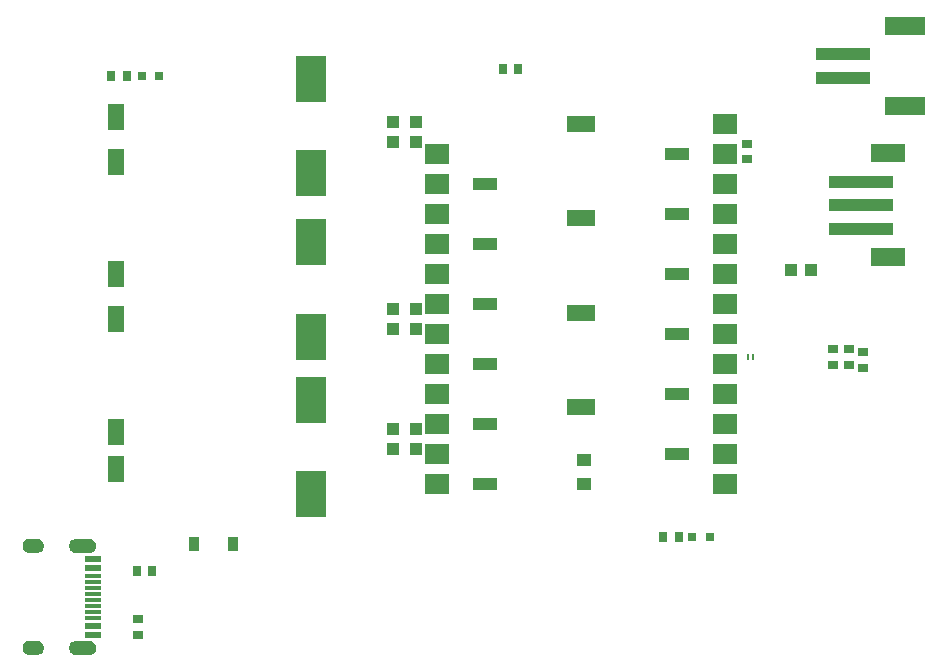
<source format=gbr>
G04 EAGLE Gerber RS-274X export*
G75*
%MOMM*%
%FSLAX34Y34*%
%LPD*%
%INSolderpaste Top*%
%IPPOS*%
%AMOC8*
5,1,8,0,0,1.08239X$1,22.5*%
G01*
%ADD10R,2.500000X4.000000*%
%ADD11R,1.000000X1.100000*%
%ADD12R,1.400000X2.200000*%
%ADD13R,0.700000X0.850000*%
%ADD14R,0.800000X0.800000*%
%ADD15R,2.000000X1.800000*%
%ADD16R,2.000000X1.000000*%
%ADD17R,2.330000X1.370000*%
%ADD18R,1.300000X1.100000*%
%ADD19R,1.100000X1.000000*%
%ADD20R,0.850000X0.700000*%
%ADD21R,1.450000X0.300000*%
%ADD22R,1.450000X0.600000*%
%ADD23R,1.450000X0.550000*%
%ADD24R,5.500000X1.000000*%
%ADD25R,3.000000X1.600000*%
%ADD26R,4.600000X1.000000*%
%ADD27R,3.400000X1.600000*%
%ADD28R,0.200000X0.500000*%
%ADD29R,0.910000X1.220000*%

G36*
X73004Y107004D02*
X73004Y107004D01*
X73007Y107001D01*
X74129Y107156D01*
X74134Y107161D01*
X74138Y107158D01*
X75209Y107529D01*
X75213Y107535D01*
X75218Y107533D01*
X76195Y108106D01*
X76198Y108112D01*
X76203Y108111D01*
X77050Y108864D01*
X77052Y108871D01*
X77057Y108871D01*
X77741Y109774D01*
X77741Y109781D01*
X77746Y109782D01*
X78241Y110801D01*
X78239Y110808D01*
X78244Y110810D01*
X78531Y111907D01*
X78529Y111911D01*
X78531Y111912D01*
X78529Y111914D01*
X78532Y111916D01*
X78599Y113047D01*
X78597Y113051D01*
X78599Y113053D01*
X78532Y114184D01*
X78527Y114189D01*
X78531Y114193D01*
X78244Y115290D01*
X78238Y115294D01*
X78241Y115299D01*
X77746Y116318D01*
X77740Y116321D01*
X77741Y116326D01*
X77057Y117229D01*
X77050Y117231D01*
X77050Y117236D01*
X76203Y117989D01*
X76196Y117989D01*
X76195Y117994D01*
X75218Y118567D01*
X75211Y118566D01*
X75209Y118571D01*
X74138Y118942D01*
X74132Y118939D01*
X74129Y118944D01*
X73007Y119099D01*
X73002Y119096D01*
X73000Y119099D01*
X61000Y119099D01*
X60995Y119096D01*
X60992Y119099D01*
X59725Y118894D01*
X59719Y118888D01*
X59715Y118891D01*
X58525Y118409D01*
X58521Y118402D01*
X58515Y118404D01*
X57462Y117670D01*
X57460Y117662D01*
X57454Y117663D01*
X56591Y116713D01*
X56590Y116704D01*
X56585Y116704D01*
X55955Y115585D01*
X55956Y115577D01*
X55950Y115575D01*
X55585Y114345D01*
X55588Y114337D01*
X55583Y114334D01*
X55501Y113053D01*
X55504Y113049D01*
X55501Y113047D01*
X55583Y111766D01*
X55589Y111760D01*
X55585Y111755D01*
X55950Y110525D01*
X55957Y110520D01*
X55955Y110515D01*
X56585Y109396D01*
X56592Y109393D01*
X56591Y109387D01*
X57454Y108437D01*
X57462Y108436D01*
X57462Y108430D01*
X58515Y107696D01*
X58523Y107696D01*
X58525Y107691D01*
X59715Y107209D01*
X59722Y107211D01*
X59725Y107206D01*
X60992Y107001D01*
X60997Y107004D01*
X61000Y107001D01*
X73000Y107001D01*
X73004Y107004D01*
G37*
G36*
X73004Y20604D02*
X73004Y20604D01*
X73007Y20601D01*
X74129Y20756D01*
X74134Y20761D01*
X74138Y20758D01*
X75209Y21129D01*
X75213Y21135D01*
X75218Y21133D01*
X76195Y21706D01*
X76198Y21712D01*
X76203Y21711D01*
X77050Y22464D01*
X77052Y22471D01*
X77057Y22471D01*
X77741Y23374D01*
X77741Y23381D01*
X77746Y23382D01*
X78241Y24401D01*
X78239Y24408D01*
X78244Y24410D01*
X78531Y25507D01*
X78529Y25511D01*
X78531Y25512D01*
X78529Y25514D01*
X78532Y25516D01*
X78599Y26647D01*
X78597Y26651D01*
X78599Y26653D01*
X78532Y27784D01*
X78527Y27789D01*
X78531Y27793D01*
X78244Y28890D01*
X78238Y28894D01*
X78241Y28899D01*
X77746Y29918D01*
X77740Y29921D01*
X77741Y29926D01*
X77057Y30829D01*
X77050Y30831D01*
X77050Y30836D01*
X76203Y31589D01*
X76196Y31589D01*
X76195Y31594D01*
X75218Y32167D01*
X75211Y32166D01*
X75209Y32171D01*
X74138Y32542D01*
X74132Y32539D01*
X74129Y32544D01*
X73007Y32699D01*
X73002Y32696D01*
X73000Y32699D01*
X61000Y32699D01*
X60995Y32696D01*
X60992Y32699D01*
X59725Y32494D01*
X59719Y32488D01*
X59715Y32491D01*
X58525Y32009D01*
X58521Y32002D01*
X58515Y32004D01*
X57462Y31270D01*
X57460Y31262D01*
X57454Y31263D01*
X56591Y30313D01*
X56590Y30304D01*
X56585Y30304D01*
X55955Y29185D01*
X55956Y29177D01*
X55950Y29175D01*
X55585Y27945D01*
X55588Y27937D01*
X55583Y27934D01*
X55501Y26653D01*
X55504Y26649D01*
X55501Y26647D01*
X55583Y25366D01*
X55589Y25360D01*
X55585Y25355D01*
X55950Y24125D01*
X55957Y24120D01*
X55955Y24115D01*
X56585Y22996D01*
X56592Y22993D01*
X56591Y22987D01*
X57454Y22037D01*
X57462Y22036D01*
X57462Y22030D01*
X58515Y21296D01*
X58523Y21296D01*
X58525Y21291D01*
X59715Y20809D01*
X59722Y20811D01*
X59725Y20806D01*
X60992Y20601D01*
X60997Y20604D01*
X61000Y20601D01*
X73000Y20601D01*
X73004Y20604D01*
G37*
G36*
X28203Y107003D02*
X28203Y107003D01*
X28205Y107001D01*
X29381Y107112D01*
X29386Y107117D01*
X29390Y107114D01*
X30522Y107452D01*
X30526Y107458D01*
X30531Y107456D01*
X31575Y108008D01*
X31578Y108015D01*
X31583Y108013D01*
X32499Y108759D01*
X32500Y108766D01*
X32506Y108766D01*
X33259Y109676D01*
X33259Y109683D01*
X33264Y109684D01*
X33825Y110723D01*
X33824Y110728D01*
X33828Y110730D01*
X33827Y110731D01*
X33829Y110732D01*
X34176Y111861D01*
X34176Y111862D01*
X34177Y111863D01*
X34174Y111867D01*
X34178Y111870D01*
X34299Y113045D01*
X34295Y113052D01*
X34299Y113056D01*
X34142Y114396D01*
X34137Y114402D01*
X34140Y114407D01*
X33689Y115678D01*
X33682Y115683D01*
X33684Y115688D01*
X32962Y116827D01*
X32954Y116830D01*
X32955Y116836D01*
X31997Y117786D01*
X31989Y117787D01*
X31988Y117793D01*
X30843Y118506D01*
X30835Y118505D01*
X30833Y118511D01*
X29557Y118951D01*
X29550Y118949D01*
X29547Y118953D01*
X28205Y119099D01*
X28202Y119097D01*
X28200Y119099D01*
X22200Y119099D01*
X22197Y119097D01*
X22194Y119099D01*
X20865Y118944D01*
X20859Y118938D01*
X20855Y118941D01*
X19594Y118494D01*
X19589Y118487D01*
X19584Y118489D01*
X18454Y117772D01*
X18451Y117765D01*
X18445Y117766D01*
X17503Y116816D01*
X17502Y116807D01*
X17496Y116807D01*
X16789Y115671D01*
X16790Y115663D01*
X16784Y115661D01*
X16348Y114396D01*
X16350Y114388D01*
X16345Y114386D01*
X16201Y113055D01*
X16205Y113049D01*
X16201Y113045D01*
X16311Y111879D01*
X16316Y111874D01*
X16313Y111870D01*
X16648Y110747D01*
X16654Y110743D01*
X16652Y110739D01*
X17200Y109703D01*
X17206Y109700D01*
X17205Y109695D01*
X17944Y108787D01*
X17951Y108785D01*
X17951Y108780D01*
X18853Y108033D01*
X18861Y108033D01*
X18861Y108028D01*
X19892Y107471D01*
X19899Y107472D01*
X19901Y107467D01*
X21020Y107123D01*
X21027Y107125D01*
X21030Y107121D01*
X22195Y107001D01*
X22198Y107003D01*
X22200Y107001D01*
X28200Y107001D01*
X28203Y107003D01*
G37*
G36*
X28203Y20603D02*
X28203Y20603D01*
X28205Y20601D01*
X29381Y20712D01*
X29386Y20717D01*
X29390Y20714D01*
X30522Y21052D01*
X30526Y21058D01*
X30531Y21056D01*
X31575Y21608D01*
X31578Y21615D01*
X31583Y21613D01*
X32499Y22359D01*
X32500Y22366D01*
X32506Y22366D01*
X33259Y23276D01*
X33259Y23283D01*
X33264Y23284D01*
X33825Y24323D01*
X33824Y24328D01*
X33828Y24330D01*
X33827Y24331D01*
X33829Y24332D01*
X34176Y25461D01*
X34176Y25462D01*
X34177Y25463D01*
X34174Y25467D01*
X34178Y25470D01*
X34299Y26645D01*
X34295Y26652D01*
X34299Y26656D01*
X34142Y27996D01*
X34137Y28002D01*
X34140Y28007D01*
X33689Y29278D01*
X33682Y29283D01*
X33684Y29288D01*
X32962Y30427D01*
X32954Y30430D01*
X32955Y30436D01*
X31997Y31386D01*
X31989Y31387D01*
X31988Y31393D01*
X30843Y32106D01*
X30835Y32105D01*
X30833Y32111D01*
X29557Y32551D01*
X29550Y32549D01*
X29547Y32553D01*
X28205Y32699D01*
X28202Y32697D01*
X28200Y32699D01*
X22200Y32699D01*
X22197Y32697D01*
X22194Y32699D01*
X20865Y32544D01*
X20859Y32538D01*
X20855Y32541D01*
X19594Y32094D01*
X19589Y32087D01*
X19584Y32089D01*
X18454Y31372D01*
X18451Y31365D01*
X18445Y31366D01*
X17503Y30416D01*
X17502Y30407D01*
X17496Y30407D01*
X16789Y29271D01*
X16790Y29263D01*
X16784Y29261D01*
X16348Y27996D01*
X16350Y27988D01*
X16345Y27986D01*
X16201Y26655D01*
X16205Y26649D01*
X16201Y26645D01*
X16311Y25479D01*
X16316Y25474D01*
X16313Y25470D01*
X16648Y24347D01*
X16654Y24343D01*
X16652Y24339D01*
X17200Y23303D01*
X17206Y23300D01*
X17205Y23295D01*
X17944Y22387D01*
X17951Y22385D01*
X17951Y22380D01*
X18853Y21633D01*
X18861Y21633D01*
X18861Y21628D01*
X19892Y21071D01*
X19899Y21072D01*
X19901Y21067D01*
X21020Y20723D01*
X21027Y20725D01*
X21030Y20721D01*
X22195Y20601D01*
X22198Y20603D01*
X22200Y20601D01*
X28200Y20601D01*
X28203Y20603D01*
G37*
D10*
X260350Y428630D03*
X260350Y508630D03*
D11*
X330200Y455050D03*
X330200Y472050D03*
X349250Y455050D03*
X349250Y472050D03*
D10*
X260350Y370200D03*
X260350Y290200D03*
D11*
X349250Y313300D03*
X349250Y296300D03*
X330200Y313300D03*
X330200Y296300D03*
D10*
X260350Y156850D03*
X260350Y236850D03*
D11*
X330200Y194700D03*
X330200Y211700D03*
X349250Y194700D03*
X349250Y211700D03*
D12*
X95250Y438150D03*
X95250Y209550D03*
X95250Y342900D03*
X95250Y304800D03*
X95250Y177800D03*
X95250Y476250D03*
D13*
X422760Y516890D03*
X435760Y516890D03*
X558650Y120650D03*
X571650Y120650D03*
D14*
X598050Y120650D03*
X583050Y120650D03*
D15*
X367350Y444500D03*
D16*
X407350Y419100D03*
X407350Y368300D03*
X407350Y317500D03*
X407350Y266700D03*
X407350Y215900D03*
X407350Y165100D03*
X570550Y190500D03*
X570550Y241300D03*
X570550Y292100D03*
X570550Y342900D03*
X570550Y393700D03*
X570550Y444500D03*
D15*
X610550Y469900D03*
X367350Y419100D03*
X367350Y393700D03*
X367350Y368300D03*
X367350Y342900D03*
X367350Y317500D03*
X367350Y292100D03*
X367350Y266700D03*
X367350Y241300D03*
X367350Y215900D03*
X367350Y190500D03*
X367350Y165100D03*
X610550Y444500D03*
X610550Y419100D03*
X610550Y393700D03*
X610550Y368300D03*
X610550Y342900D03*
X610550Y317500D03*
X610550Y292100D03*
X610550Y266700D03*
X610550Y241300D03*
X610550Y215900D03*
X610550Y190500D03*
X610550Y165100D03*
D17*
X488950Y470300D03*
X488950Y390300D03*
X488950Y310300D03*
X488950Y230300D03*
D18*
X491627Y185614D03*
X491627Y165614D03*
D19*
X684140Y346710D03*
X667140Y346710D03*
D20*
X114300Y37950D03*
X114300Y50950D03*
D13*
X125880Y91440D03*
X112880Y91440D03*
D21*
X76200Y62350D03*
X76200Y67350D03*
D22*
X76200Y37600D03*
D23*
X76200Y45350D03*
D21*
X76200Y52350D03*
X76200Y57350D03*
X76200Y77350D03*
X76200Y72350D03*
D22*
X76200Y102100D03*
D23*
X76200Y94350D03*
D21*
X76200Y87350D03*
X76200Y82350D03*
D24*
X726440Y401320D03*
X726440Y381320D03*
X726440Y421320D03*
D25*
X748940Y357320D03*
X748940Y445320D03*
D26*
X711030Y529430D03*
X711030Y509430D03*
D27*
X763030Y553430D03*
X763030Y485430D03*
D20*
X727710Y264010D03*
X727710Y277010D03*
X716280Y279550D03*
X716280Y266550D03*
D28*
X634560Y273050D03*
X630360Y273050D03*
D20*
X629920Y440540D03*
X629920Y453540D03*
X702310Y279550D03*
X702310Y266550D03*
D13*
X91290Y510540D03*
X104290Y510540D03*
D14*
X131960Y510540D03*
X116960Y510540D03*
D29*
X194175Y114300D03*
X161425Y114300D03*
M02*

</source>
